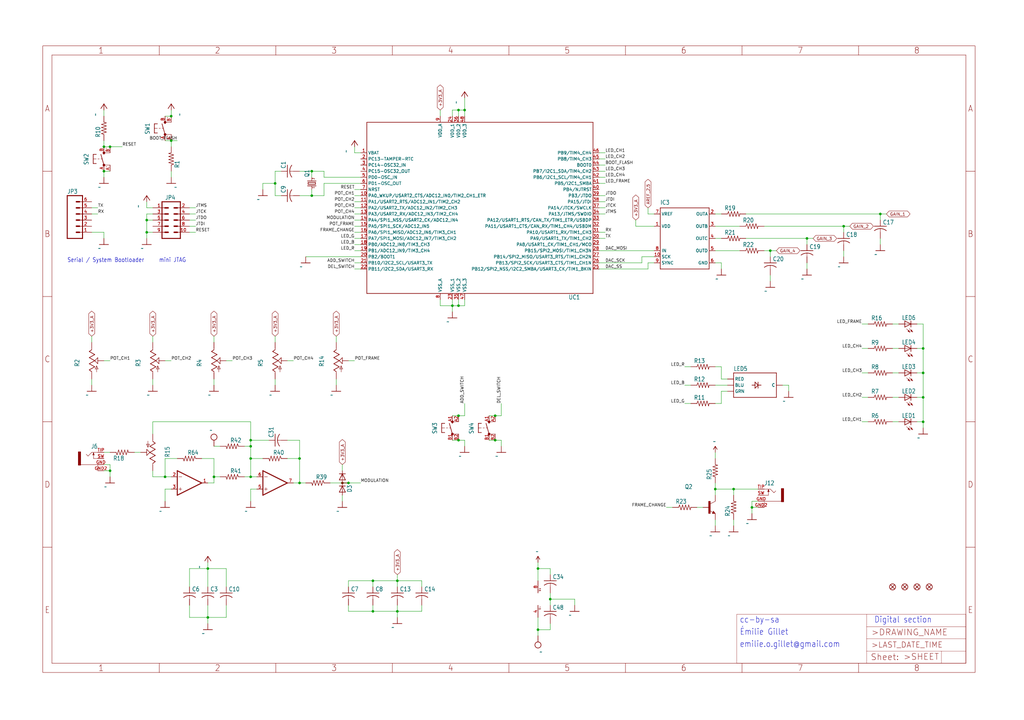
<source format=kicad_sch>
(kicad_sch (version 20211123) (generator eeschema)
  (paper "User" 425.45 299.161)
  (junction (at 86.36 256.54))
  (junction (at 104.14 190.5))
  (junction (at 205.74 172.72))
  (junction (at 68.58 198.12))
  (junction (at 190.5 172.72))
  (junction (at 154.94 254))
  (junction (at 304.8 203.2))
  (junction (at 71.12 48.26))
  (junction (at 43.18 71.12))
  (junction (at 193.04 45.72))
  (junction (at 165.1 241.3))
  (junction (at 104.14 185.42))
  (junction (at 71.12 58.42))
  (junction (at 124.46 200.66))
  (junction (at 312.42 210.82))
  (junction (at 60.96 91.44))
  (junction (at 297.18 203.2))
  (junction (at 383.54 144.78))
  (junction (at 88.9 198.12))
  (junction (at 223.52 261.62))
  (junction (at 124.46 190.5))
  (junction (at 365.76 88.9))
  (junction (at 383.54 154.94))
  (junction (at 60.96 96.52))
  (junction (at 320.04 104.14))
  (junction (at 45.72 60.96))
  (junction (at 104.14 198.12))
  (junction (at 86.36 236.22))
  (junction (at 129.54 81.28))
  (junction (at 383.54 165.1))
  (junction (at 190.5 182.88))
  (junction (at 205.74 182.88))
  (junction (at 154.94 241.3))
  (junction (at 114.3 76.2))
  (junction (at 129.54 71.12))
  (junction (at 104.14 182.88))
  (junction (at 190.5 127))
  (junction (at 350.52 93.98))
  (junction (at 187.96 127))
  (junction (at 335.28 99.06))
  (junction (at 228.6 248.92))
  (junction (at 144.78 200.66))
  (junction (at 45.72 195.58))
  (junction (at 383.54 175.26))
  (junction (at 165.1 254))
  (junction (at 223.52 236.22))
  (junction (at 190.5 45.72))
  (junction (at 43.18 60.96))
  (wire (pts (xy 109.22 76.2) (xy 109.22 78.74)))
  (wire (pts (xy 193.04 124.46) (xy 193.04 127)))
  (wire (pts (xy 144.78 254) (xy 154.94 254)))
  (wire (pts (xy 144.78 149.86) (xy 147.32 149.86)))
  (wire (pts (xy 370.84 134.62) (xy 373.38 134.62)))
  (wire (pts (xy 299.72 157.48) (xy 299.72 152.4)))
  (wire (pts (xy 63.5 198.12) (xy 68.58 198.12)))
  (wire (pts (xy 144.78 241.3) (xy 154.94 241.3)))
  (wire (pts (xy 165.1 256.54) (xy 165.1 254)))
  (wire (pts (xy 335.28 99.06) (xy 337.82 99.06)))
  (wire (pts (xy 190.5 182.88) (xy 193.04 182.88)))
  (wire (pts (xy 187.96 127) (xy 190.5 127)))
  (wire (pts (xy 104.14 198.12) (xy 106.68 198.12)))
  (wire (pts (xy 68.58 149.86) (xy 71.12 149.86)))
  (wire (pts (xy 149.86 96.52) (xy 147.32 96.52)))
  (wire (pts (xy 320.04 104.14) (xy 320.04 106.68)))
  (wire (pts (xy 149.86 83.82) (xy 147.32 83.82)))
  (wire (pts (xy 43.18 60.96) (xy 45.72 60.96)))
  (wire (pts (xy 205.74 172.72) (xy 208.28 172.72)))
  (wire (pts (xy 137.16 200.66) (xy 144.78 200.66)))
  (wire (pts (xy 68.58 203.2) (xy 68.58 208.28)))
  (wire (pts (xy 175.26 254) (xy 175.26 251.46)))
  (wire (pts (xy 325.12 160.02) (xy 327.66 160.02)))
  (wire (pts (xy 299.72 162.56) (xy 299.72 167.64)))
  (wire (pts (xy 104.14 185.42) (xy 104.14 190.5)))
  (wire (pts (xy 190.5 172.72) (xy 193.04 172.72)))
  (wire (pts (xy 114.3 76.2) (xy 109.22 76.2)))
  (wire (pts (xy 83.82 190.5) (xy 88.9 190.5)))
  (wire (pts (xy 86.36 243.84) (xy 86.36 236.22)))
  (wire (pts (xy 175.26 241.3) (xy 175.26 243.84)))
  (wire (pts (xy 269.24 111.76) (xy 269.24 109.22)))
  (wire (pts (xy 287.02 167.64) (xy 284.48 167.64)))
  (wire (pts (xy 149.86 111.76) (xy 147.32 111.76)))
  (wire (pts (xy 63.5 96.52) (xy 60.96 96.52)))
  (wire (pts (xy 365.76 88.9) (xy 368.3 88.9)))
  (wire (pts (xy 144.78 200.66) (xy 149.86 200.66)))
  (wire (pts (xy 297.18 215.9) (xy 297.18 218.44)))
  (wire (pts (xy 101.6 198.12) (xy 104.14 198.12)))
  (wire (pts (xy 383.54 165.1) (xy 383.54 175.26)))
  (wire (pts (xy 71.12 203.2) (xy 68.58 203.2)))
  (wire (pts (xy 63.5 142.24) (xy 63.5 139.7)))
  (wire (pts (xy 45.72 195.58) (xy 45.72 198.12)))
  (wire (pts (xy 124.46 182.88) (xy 124.46 190.5)))
  (wire (pts (xy 248.92 63.5) (xy 251.46 63.5)))
  (wire (pts (xy 71.12 71.12) (xy 71.12 73.66)))
  (wire (pts (xy 350.52 93.98) (xy 350.52 96.52)))
  (wire (pts (xy 223.52 256.54) (xy 223.52 261.62)))
  (wire (pts (xy 297.18 203.2) (xy 297.18 205.74)))
  (wire (pts (xy 383.54 154.94) (xy 383.54 165.1)))
  (wire (pts (xy 297.18 104.14) (xy 307.34 104.14)))
  (wire (pts (xy 304.8 203.2) (xy 304.8 205.74)))
  (wire (pts (xy 43.18 193.04) (xy 45.72 193.04)))
  (wire (pts (xy 304.8 203.2) (xy 314.96 203.2)))
  (wire (pts (xy 266.7 106.68) (xy 271.78 106.68)))
  (wire (pts (xy 317.5 104.14) (xy 320.04 104.14)))
  (wire (pts (xy 248.92 96.52) (xy 251.46 96.52)))
  (wire (pts (xy 154.94 254) (xy 154.94 251.46)))
  (wire (pts (xy 208.28 182.88) (xy 208.28 185.42)))
  (wire (pts (xy 124.46 200.66) (xy 127 200.66)))
  (wire (pts (xy 297.18 99.06) (xy 299.72 99.06)))
  (wire (pts (xy 104.14 190.5) (xy 104.14 198.12)))
  (wire (pts (xy 43.18 45.72) (xy 43.18 48.26)))
  (wire (pts (xy 350.52 93.98) (xy 353.06 93.98)))
  (wire (pts (xy 302.26 160.02) (xy 297.18 160.02)))
  (wire (pts (xy 187.96 182.88) (xy 190.5 182.88)))
  (wire (pts (xy 335.28 109.22) (xy 335.28 111.76)))
  (wire (pts (xy 358.14 165.1) (xy 360.68 165.1)))
  (wire (pts (xy 149.86 101.6) (xy 147.32 101.6)))
  (wire (pts (xy 43.18 58.42) (xy 43.18 60.96)))
  (wire (pts (xy 187.96 45.72) (xy 190.5 45.72)))
  (wire (pts (xy 297.18 109.22) (xy 299.72 109.22)))
  (wire (pts (xy 78.74 86.36) (xy 81.28 86.36)))
  (wire (pts (xy 381 165.1) (xy 383.54 165.1)))
  (wire (pts (xy 93.98 149.86) (xy 96.52 149.86)))
  (wire (pts (xy 248.92 73.66) (xy 251.46 73.66)))
  (wire (pts (xy 190.5 127) (xy 193.04 127)))
  (wire (pts (xy 312.42 208.28) (xy 312.42 210.82)))
  (wire (pts (xy 193.04 45.72) (xy 193.04 40.64)))
  (wire (pts (xy 78.74 93.98) (xy 81.28 93.98)))
  (wire (pts (xy 350.52 104.14) (xy 350.52 106.68)))
  (wire (pts (xy 63.5 91.44) (xy 60.96 91.44)))
  (wire (pts (xy 78.74 96.52) (xy 81.28 96.52)))
  (wire (pts (xy 365.76 99.06) (xy 365.76 101.6)))
  (wire (pts (xy 86.36 251.46) (xy 86.36 256.54)))
  (wire (pts (xy 43.18 195.58) (xy 45.72 195.58)))
  (wire (pts (xy 266.7 109.22) (xy 266.7 106.68)))
  (wire (pts (xy 78.74 91.44) (xy 81.28 91.44)))
  (wire (pts (xy 182.88 48.26) (xy 182.88 45.72)))
  (wire (pts (xy 124.46 190.5) (xy 124.46 200.66)))
  (wire (pts (xy 223.52 261.62) (xy 228.6 261.62)))
  (wire (pts (xy 45.72 149.86) (xy 43.18 149.86)))
  (wire (pts (xy 114.3 142.24) (xy 114.3 139.7)))
  (wire (pts (xy 88.9 190.5) (xy 88.9 198.12)))
  (wire (pts (xy 165.1 254) (xy 175.26 254)))
  (wire (pts (xy 309.88 88.9) (xy 365.76 88.9)))
  (wire (pts (xy 86.36 236.22) (xy 86.36 233.68)))
  (wire (pts (xy 60.96 91.44) (xy 60.96 96.52)))
  (wire (pts (xy 88.9 142.24) (xy 88.9 139.7)))
  (wire (pts (xy 193.04 182.88) (xy 193.04 185.42)))
  (wire (pts (xy 320.04 114.3) (xy 320.04 116.84)))
  (wire (pts (xy 370.84 165.1) (xy 373.38 165.1)))
  (wire (pts (xy 45.72 60.96) (xy 50.8 60.96)))
  (wire (pts (xy 149.86 104.14) (xy 147.32 104.14)))
  (wire (pts (xy 38.1 86.36) (xy 40.64 86.36)))
  (wire (pts (xy 93.98 236.22) (xy 93.98 243.84)))
  (wire (pts (xy 149.86 93.98) (xy 147.32 93.98)))
  (wire (pts (xy 149.86 73.66) (xy 134.62 73.66)))
  (wire (pts (xy 114.3 76.2) (xy 114.3 81.28)))
  (wire (pts (xy 114.3 71.12) (xy 114.3 76.2)))
  (wire (pts (xy 228.6 261.62) (xy 228.6 259.08)))
  (wire (pts (xy 370.84 175.26) (xy 373.38 175.26)))
  (wire (pts (xy 78.74 236.22) (xy 86.36 236.22)))
  (wire (pts (xy 223.52 241.3) (xy 223.52 236.22)))
  (wire (pts (xy 228.6 236.22) (xy 228.6 238.76)))
  (wire (pts (xy 228.6 246.38) (xy 228.6 248.92)))
  (wire (pts (xy 248.92 104.14) (xy 271.78 104.14)))
  (wire (pts (xy 269.24 109.22) (xy 271.78 109.22)))
  (wire (pts (xy 91.44 185.42) (xy 88.9 185.42)))
  (wire (pts (xy 205.74 182.88) (xy 208.28 182.88)))
  (wire (pts (xy 124.46 71.12) (xy 129.54 71.12)))
  (wire (pts (xy 43.18 71.12) (xy 43.18 73.66)))
  (wire (pts (xy 297.18 93.98) (xy 307.34 93.98)))
  (wire (pts (xy 320.04 104.14) (xy 322.58 104.14)))
  (wire (pts (xy 149.86 86.36) (xy 147.32 86.36)))
  (wire (pts (xy 43.18 71.12) (xy 45.72 71.12)))
  (wire (pts (xy 365.76 88.9) (xy 365.76 91.44)))
  (wire (pts (xy 309.88 99.06) (xy 335.28 99.06)))
  (wire (pts (xy 287.02 160.02) (xy 284.48 160.02)))
  (wire (pts (xy 60.96 86.36) (xy 60.96 83.82)))
  (wire (pts (xy 190.5 48.26) (xy 190.5 45.72)))
  (wire (pts (xy 383.54 175.26) (xy 383.54 177.8)))
  (wire (pts (xy 149.86 91.44) (xy 147.32 91.44)))
  (wire (pts (xy 63.5 175.26) (xy 104.14 175.26)))
  (wire (pts (xy 187.96 48.26) (xy 187.96 45.72)))
  (wire (pts (xy 134.62 76.2) (xy 149.86 76.2)))
  (wire (pts (xy 88.9 198.12) (xy 91.44 198.12)))
  (wire (pts (xy 381 175.26) (xy 383.54 175.26)))
  (wire (pts (xy 370.84 154.94) (xy 373.38 154.94)))
  (wire (pts (xy 63.5 157.48) (xy 63.5 160.02)))
  (wire (pts (xy 304.8 215.9) (xy 304.8 218.44)))
  (wire (pts (xy 223.52 261.62) (xy 223.52 264.16)))
  (wire (pts (xy 381 134.62) (xy 383.54 134.62)))
  (wire (pts (xy 165.1 241.3) (xy 175.26 241.3)))
  (wire (pts (xy 101.6 185.42) (xy 104.14 185.42)))
  (wire (pts (xy 360.68 134.62) (xy 358.14 134.62)))
  (wire (pts (xy 297.18 203.2) (xy 304.8 203.2)))
  (wire (pts (xy 38.1 96.52) (xy 43.18 96.52)))
  (wire (pts (xy 299.72 109.22) (xy 299.72 111.76)))
  (wire (pts (xy 297.18 190.5) (xy 297.18 187.96)))
  (wire (pts (xy 86.36 256.54) (xy 93.98 256.54)))
  (wire (pts (xy 312.42 210.82) (xy 314.96 210.82)))
  (wire (pts (xy 71.12 45.72) (xy 71.12 48.26)))
  (wire (pts (xy 71.12 60.96) (xy 71.12 58.42)))
  (wire (pts (xy 248.92 66.04) (xy 251.46 66.04)))
  (wire (pts (xy 88.9 157.48) (xy 88.9 160.02)))
  (wire (pts (xy 68.58 48.26) (xy 71.12 48.26)))
  (wire (pts (xy 38.1 157.48) (xy 38.1 160.02)))
  (wire (pts (xy 71.12 58.42) (xy 73.66 58.42)))
  (wire (pts (xy 299.72 167.64) (xy 297.18 167.64)))
  (wire (pts (xy 149.86 81.28) (xy 147.32 81.28)))
  (wire (pts (xy 312.42 210.82) (xy 312.42 213.36)))
  (wire (pts (xy 358.14 175.26) (xy 360.68 175.26)))
  (wire (pts (xy 68.58 58.42) (xy 71.12 58.42)))
  (wire (pts (xy 203.2 172.72) (xy 205.74 172.72)))
  (wire (pts (xy 187.96 172.72) (xy 190.5 172.72)))
  (wire (pts (xy 106.68 203.2) (xy 104.14 203.2)))
  (wire (pts (xy 38.1 88.9) (xy 40.64 88.9)))
  (wire (pts (xy 93.98 256.54) (xy 93.98 251.46)))
  (wire (pts (xy 86.36 256.54) (xy 86.36 259.08)))
  (wire (pts (xy 86.36 200.66) (xy 88.9 200.66)))
  (wire (pts (xy 165.1 241.3) (xy 165.1 238.76)))
  (wire (pts (xy 203.2 182.88) (xy 205.74 182.88)))
  (wire (pts (xy 149.86 106.68) (xy 127 106.68)))
  (wire (pts (xy 228.6 248.92) (xy 228.6 251.46)))
  (wire (pts (xy 78.74 251.46) (xy 78.74 256.54)))
  (wire (pts (xy 327.66 160.02) (xy 327.66 162.56)))
  (wire (pts (xy 269.24 88.9) (xy 269.24 86.36)))
  (wire (pts (xy 139.7 157.48) (xy 139.7 160.02)))
  (wire (pts (xy 302.26 157.48) (xy 299.72 157.48)))
  (wire (pts (xy 144.78 241.3) (xy 144.78 243.84)))
  (wire (pts (xy 165.1 251.46) (xy 165.1 254)))
  (wire (pts (xy 63.5 86.36) (xy 60.96 86.36)))
  (wire (pts (xy 68.58 190.5) (xy 68.58 198.12)))
  (wire (pts (xy 187.96 124.46) (xy 187.96 127)))
  (wire (pts (xy 63.5 180.34) (xy 63.5 175.26)))
  (wire (pts (xy 264.16 93.98) (xy 264.16 91.44)))
  (wire (pts (xy 60.96 88.9) (xy 60.96 91.44)))
  (wire (pts (xy 149.86 78.74) (xy 147.32 78.74)))
  (wire (pts (xy 149.86 88.9) (xy 147.32 88.9)))
  (wire (pts (xy 73.66 190.5) (xy 68.58 190.5)))
  (wire (pts (xy 63.5 88.9) (xy 60.96 88.9)))
  (wire (pts (xy 297.18 200.66) (xy 297.18 203.2)))
  (wire (pts (xy 193.04 172.72) (xy 193.04 167.64)))
  (wire (pts (xy 124.46 200.66) (xy 121.92 200.66)))
  (wire (pts (xy 317.5 93.98) (xy 350.52 93.98)))
  (wire (pts (xy 149.86 109.22) (xy 147.32 109.22)))
  (wire (pts (xy 297.18 88.9) (xy 299.72 88.9)))
  (wire (pts (xy 271.78 88.9) (xy 269.24 88.9)))
  (wire (pts (xy 104.14 182.88) (xy 104.14 185.42)))
  (wire (pts (xy 86.36 236.22) (xy 93.98 236.22)))
  (wire (pts (xy 78.74 256.54) (xy 86.36 256.54)))
  (wire (pts (xy 193.04 45.72) (xy 193.04 48.26)))
  (wire (pts (xy 248.92 76.2) (xy 251.46 76.2)))
  (wire (pts (xy 248.92 111.76) (xy 269.24 111.76)))
  (wire (pts (xy 165.1 243.84) (xy 165.1 241.3)))
  (wire (pts (xy 248.92 86.36) (xy 251.46 86.36)))
  (wire (pts (xy 114.3 81.28) (xy 116.84 81.28)))
  (wire (pts (xy 248.92 99.06) (xy 251.46 99.06)))
  (wire (pts (xy 55.88 187.96) (xy 58.42 187.96)))
  (wire (pts (xy 60.96 96.52) (xy 60.96 99.06)))
  (wire (pts (xy 149.86 99.06) (xy 147.32 99.06)))
  (wire (pts (xy 248.92 83.82) (xy 251.46 83.82)))
  (wire (pts (xy 190.5 124.46) (xy 190.5 127)))
  (wire (pts (xy 335.28 99.06) (xy 335.28 101.6)))
  (wire (pts (xy 142.24 205.74) (xy 142.24 208.28)))
  (wire (pts (xy 88.9 200.66) (xy 88.9 198.12)))
  (wire (pts (xy 182.88 124.46) (xy 182.88 127)))
  (wire (pts (xy 358.14 154.94) (xy 360.68 154.94)))
  (wire (pts (xy 187.96 127) (xy 187.96 129.54)))
  (wire (pts (xy 114.3 157.48) (xy 114.3 160.02)))
  (wire (pts (xy 142.24 195.58) (xy 142.24 193.04)))
  (wire (pts (xy 381 154.94) (xy 383.54 154.94)))
  (wire (pts (xy 104.14 175.26) (xy 104.14 182.88)))
  (wire (pts (xy 116.84 71.12) (xy 114.3 71.12)))
  (wire (pts (xy 373.38 144.78) (xy 370.84 144.78)))
  (wire (pts (xy 190.5 45.72) (xy 193.04 45.72)))
  (wire (pts (xy 248.92 68.58) (xy 251.46 68.58)))
  (wire (pts (xy 314.96 208.28) (xy 312.42 208.28)))
  (wire (pts (xy 149.86 63.5) (xy 147.32 63.5)))
  (wire (pts (xy 360.68 144.78) (xy 358.14 144.78)))
  (wire (pts (xy 248.92 88.9) (xy 251.46 88.9)))
  (wire (pts (xy 248.92 71.12) (xy 251.46 71.12)))
  (wire (pts (xy 78.74 243.84) (xy 78.74 236.22)))
  (wire (pts (xy 279.4 210.82) (xy 276.86 210.82)))
  (wire (pts (xy 289.56 210.82) (xy 292.1 210.82)))
  (wire (pts (xy 129.54 71.12) (xy 129.54 73.66)))
  (wire (pts (xy 223.52 236.22) (xy 228.6 236.22)))
  (wire (pts (xy 302.26 162.56) (xy 299.72 162.56)))
  (wire (pts (xy 223.52 236.22) (xy 223.52 233.68)))
  (wire (pts (xy 129.54 81.28) (xy 129.54 78.74)))
  (wire (pts (xy 383.54 134.62) (xy 383.54 144.78)))
  (wire (pts (xy 154.94 254) (xy 165.1 254)))
  (wire (pts (xy 182.88 127) (xy 187.96 127)))
  (wire (pts (xy 134.62 71.12) (xy 129.54 71.12)))
  (wire (pts (xy 299.72 152.4) (xy 297.18 152.4)))
  (wire (pts (xy 78.74 88.9) (xy 81.28 88.9)))
  (wire (pts (xy 109.22 190.5) (xy 104.14 190.5)))
  (wire (pts (xy 63.5 195.58) (xy 63.5 198.12)))
  (wire (pts (xy 208.28 172.72) (xy 208.28 167.64)))
  (wire (pts (xy 119.38 190.5) (xy 124.46 190.5)))
  (wire (pts (xy 134.62 73.66) (xy 134.62 71.12)))
  (wire (pts (xy 154.94 241.3) (xy 165.1 241.3)))
  (wire (pts (xy 45.72 193.04) (xy 45.72 195.58)))
  (wire (pts (xy 381 144.78) (xy 383.54 144.78)))
  (wire (pts (xy 45.72 187.96) (xy 43.18 187.96)))
  (wire (pts (xy 68.58 198.12) (xy 71.12 198.12)))
  (wire (pts (xy 139.7 142.24) (xy 139.7 139.7)))
  (wire (pts (xy 383.54 144.78) (xy 383.54 154.94)))
  (wire (pts (xy 134.62 81.28) (xy 134.62 76.2)))
  (wire (pts (xy 271.78 93.98) (xy 264.16 93.98)))
  (wire (pts (xy 129.54 81.28) (xy 134.62 81.28)))
  (wire (pts (xy 248.92 81.28) (xy 251.46 81.28)))
  (wire (pts (xy 248.92 109.22) (xy 266.7 109.22)))
  (wire (pts (xy 228.6 248.92) (xy 238.76 248.92)))
  (wire (pts (xy 144.78 251.46) (xy 144.78 254)))
  (wire (pts (xy 124.46 81.28) (xy 129.54 81.28)))
  (wire (pts (xy 43.18 96.52) (xy 43.18 99.06)))
  (wire (pts (xy 119.38 182.88) (xy 124.46 182.88)))
  (wire (pts (xy 147.32 63.5) (xy 147.32 60.96)))
  (wire (pts (xy 119.38 149.86) (xy 121.92 149.86)))
  (wire (pts (xy 287.02 152.4) (xy 284.48 152.4)))
  (wire (pts (xy 111.76 182.88) (xy 104.14 182.88)))
  (wire (pts (xy 238.76 248.92) (xy 238.76 251.46)))
  (wire (pts (xy 104.14 203.2) (xy 104.14 208.28)))
  (wire (pts (xy 154.94 241.3) (xy 154.94 243.84)))
  (wire (pts (xy 38.1 142.24) (xy 38.1 139.7)))
  (text "emilie.o.gillet@gmail.com" (at 307.34 269.24 180) (effects (font (size 2.54 2.159)) (justify left bottom)))
  (text "Digital section" (at 363.22 259.08 180) (effects (font (size 2.54 2.159)) (justify left bottom)))
  (text "cc-by-sa" (at 307.34 259.08 180) (effects (font (size 2.54 2.159)) (justify left bottom)))
  (text "Émilie Gillet" (at 307.34 264.16 180) (effects (font (size 2.54 2.159)) (justify left bottom)))
  (text "mini JTAG" (at 66.04 109.22 180) (effects (font (size 1.778 1.5113)) (justify left bottom)))
  (text "Serial / System Bootloader" (at 27.94 109.22 180) (effects (font (size 1.778 1.5113)) (justify left bottom)))
  (label "JTDO" (at 251.46 81.28 0) (effects (font (size 1.2446 1.2446))))
  (label "LED_CH4" (at 358.14 144.78 180) (effects (font (size 1.2446 1.2446))))
  (label "JTCK" (at 81.28 88.9 0) (effects (font (size 1.2446 1.2446))))
  (label "JTMS" (at 251.46 88.9 0) (effects (font (size 1.2446 1.2446))))
  (label "LED_CH4" (at 251.46 73.66 0) (effects (font (size 1.2446 1.2446))))
  (label "MODULATION" (at 147.32 91.44 180) (effects (font (size 1.2446 1.2446))))
  (label "LED_CH3" (at 358.14 154.94 180) (effects (font (size 1.2446 1.2446))))
  (label "DAC_SS" (at 251.46 111.76 0) (effects (font (size 1.2446 1.2446))))
  (label "RX" (at 251.46 96.52 0) (effects (font (size 1.2446 1.2446))))
  (label "POT_FRAME" (at 147.32 93.98 180) (effects (font (size 1.2446 1.2446))))
  (label "DAC_SCK" (at 251.46 109.22 0) (effects (font (size 1.2446 1.2446))))
  (label "POT_CH2" (at 71.12 149.86 0) (effects (font (size 1.2446 1.2446))))
  (label "LED_CH2" (at 251.46 66.04 0) (effects (font (size 1.2446 1.2446))))
  (label "POT_CH4" (at 121.92 149.86 0) (effects (font (size 1.2446 1.2446))))
  (label "POT_CH4" (at 147.32 88.9 180) (effects (font (size 1.2446 1.2446))))
  (label "ADD_SWITCH" (at 147.32 109.22 180) (effects (font (size 1.2446 1.2446))))
  (label "RX" (at 40.64 88.9 0) (effects (font (size 1.2446 1.2446))))
  (label "BOOT_FLASH" (at 251.46 68.58 0) (effects (font (size 1.2446 1.2446))))
  (label "JTMS" (at 81.28 86.36 0) (effects (font (size 1.2446 1.2446))))
  (label "JTDO" (at 81.28 91.44 0) (effects (font (size 1.2446 1.2446))))
  (label "FRAME_CHANGE" (at 276.86 210.82 180) (effects (font (size 1.2446 1.2446))))
  (label "RESET" (at 50.8 60.96 0) (effects (font (size 1.2446 1.2446))))
  (label "LED_R" (at 284.48 152.4 180) (effects (font (size 1.2446 1.2446))))
  (label "LED_B" (at 284.48 160.02 180) (effects (font (size 1.2446 1.2446))))
  (label "POT_FRAME" (at 147.32 149.86 0) (effects (font (size 1.2446 1.2446))))
  (label "POT_CH3" (at 147.32 86.36 180) (effects (font (size 1.2446 1.2446))))
  (label "LED_CH3" (at 251.46 71.12 0) (effects (font (size 1.2446 1.2446))))
  (label "POT_CH3" (at 96.52 149.86 0) (effects (font (size 1.2446 1.2446))))
  (label "POT_CH2" (at 147.32 83.82 180) (effects (font (size 1.2446 1.2446))))
  (label "MODULATION" (at 149.86 200.66 0) (effects (font (size 1.2446 1.2446))))
  (label "LED_CH2" (at 358.14 165.1 180) (effects (font (size 1.2446 1.2446))))
  (label "LED_G" (at 284.48 167.64 180) (effects (font (size 1.2446 1.2446))))
  (label "RESET" (at 147.32 78.74 180) (effects (font (size 1.2446 1.2446))))
  (label "JTCK" (at 251.46 86.36 0) (effects (font (size 1.2446 1.2446))))
  (label "DEL_SWITCH" (at 147.32 111.76 180) (effects (font (size 1.2446 1.2446))))
  (label "ADD_SWITCH" (at 193.04 167.64 90) (effects (font (size 1.2446 1.2446))))
  (label "LED_R" (at 147.32 104.14 180) (effects (font (size 1.2446 1.2446))))
  (label "DAC_MOSI" (at 251.46 104.14 0) (effects (font (size 1.2446 1.2446))))
  (label "TX" (at 40.64 86.36 0) (effects (font (size 1.2446 1.2446))))
  (label "BOOT_FLASH" (at 73.66 58.42 180) (effects (font (size 1.2446 1.2446))))
  (label "DEL_SWITCH" (at 208.28 167.64 90) (effects (font (size 1.2446 1.2446))))
  (label "LED_FRAME" (at 251.46 76.2 0) (effects (font (size 1.2446 1.2446))))
  (label "TX" (at 251.46 99.06 0) (effects (font (size 1.2446 1.2446))))
  (label "LED_CH1" (at 251.46 63.5 0) (effects (font (size 1.2446 1.2446))))
  (label "JTDI" (at 81.28 93.98 0) (effects (font (size 1.2446 1.2446))))
  (label "POT_CH1" (at 147.32 81.28 180) (effects (font (size 1.2446 1.2446))))
  (label "LED_FRAME" (at 358.14 134.62 180) (effects (font (size 1.2446 1.2446))))
  (label "POT_CH1" (at 45.72 149.86 0) (effects (font (size 1.2446 1.2446))))
  (label "LED_B" (at 147.32 101.6 180) (effects (font (size 1.2446 1.2446))))
  (label "RESET" (at 81.28 96.52 0) (effects (font (size 1.2446 1.2446))))
  (label "FRAME_CHANGE" (at 147.32 96.52 180) (effects (font (size 1.2446 1.2446))))
  (label "LED_CH1" (at 358.14 175.26 180) (effects (font (size 1.2446 1.2446))))
  (label "LED_G" (at 147.32 99.06 180) (effects (font (size 1.2446 1.2446))))
  (label "JTDI" (at 251.46 83.82 0) (effects (font (size 1.2446 1.2446))))
  (global_label "+3V3_A" (shape bidirectional) (at 88.9 139.7 90) (effects (font (size 1.2446 1.2446))) (property "Intersheet References" "${INTERSHEET_REFS}" (effects hide)))
  (global_label "+3V3_A" (shape bidirectional) (at 165.1 238.76 90) (effects (font (size 1.2446 1.2446))) (property "Intersheet References" "${INTERSHEET_REFS}" (effects hide)))
  (global_label "GAIN_3" (shape bidirectional) (at 337.82 99.06 0) (effects (font (size 1.2446 1.2446))) (property "Intersheet References" "${INTERSHEET_REFS}" (effects hide)))
  (global_label "GAIN_1" (shape bidirectional) (at 368.3 88.9 0) (effects (font (size 1.2446 1.2446))) (property "Intersheet References" "${INTERSHEET_REFS}" (effects hide)))
  (global_label "+3V3_A" (shape bidirectional) (at 182.88 45.72 90) (effects (font (size 1.2446 1.2446))) (property "Intersheet References" "${INTERSHEET_REFS}" (effects hide)))
  (global_label "GAIN_2" (shape bidirectional) (at 353.06 93.98 0) (effects (font (size 1.2446 1.2446))) (property "Intersheet References" "${INTERSHEET_REFS}" (effects hide)))
  (global_label "AREF_2.5" (shape bidirectional) (at 269.24 86.36 90) (effects (font (size 1.2446 1.2446))) (property "Intersheet References" "${INTERSHEET_REFS}" (effects hide)))
  (global_label "+3V3_A" (shape bidirectional) (at 114.3 139.7 90) (effects (font (size 1.2446 1.2446))) (property "Intersheet References" "${INTERSHEET_REFS}" (effects hide)))
  (global_label "+3V3_A" (shape bidirectional) (at 38.1 139.7 90) (effects (font (size 1.2446 1.2446))) (property "Intersheet References" "${INTERSHEET_REFS}" (effects hide)))
  (global_label "+3V3_A" (shape bidirectional) (at 63.5 139.7 90) (effects (font (size 1.2446 1.2446))) (property "Intersheet References" "${INTERSHEET_REFS}" (effects hide)))
  (global_label "GAIN_4" (shape bidirectional) (at 322.58 104.14 0) (effects (font (size 1.2446 1.2446))) (property "Intersheet References" "${INTERSHEET_REFS}" (effects hide)))
  (global_label "+3V3_A" (shape bidirectional) (at 139.7 139.7 90) (effects (font (size 1.2446 1.2446))) (property "Intersheet References" "${INTERSHEET_REFS}" (effects hide)))
  (global_label "+3V3_A" (shape bidirectional) (at 142.24 193.04 90) (effects (font (size 1.2446 1.2446))) (property "Intersheet References" "${INTERSHEET_REFS}" (effects hide)))
  (global_label "+3V3_A" (shape bidirectional) (at 264.16 91.44 90) (effects (font (size 1.2446 1.2446))) (property "Intersheet References" "${INTERSHEET_REFS}" (effects hide)))
  (symbol (lib_id "frames_v03-eagle-import:R-US_R0603") (at 71.12 66.04 270) (mirror x) (unit 1)
    (property "Reference" "R1" (at 72.6186 69.85 0) (effects (font (size 1.778 1.5113)) (justify left bottom)))
  )
  (symbol (lib_id "frames_v03-eagle-import:GND") (at 60.96 101.6 0) (unit 1)
    (property "Reference" "#GND67" (effects hide))
  )
  (symbol (lib_id "frames_v03-eagle-import:-NPN-SOT23-BEC") (at 294.64 210.82 0) (unit 1)
    (property "Reference" "Q2" (at 284.48 203.2 0) (effects (font (size 1.778 1.5113)) (justify left bottom)))
  )
  (symbol (lib_id "frames_v03-eagle-import:GND") (at 327.66 165.1 0) (unit 1)
    (property "Reference" "#GND46" (effects hide))
  )
  (symbol (lib_id "frames_v03-eagle-import:+3V3") (at 147.32 58.42 0) (unit 1)
    (property "Reference" "#+3V12" (effects hide))
  )
  (symbol (lib_id "frames_v03-eagle-import:EVQQ2") (at 68.58 53.34 0) (unit 1)
    (property "Reference" "SW1" (at 62.23 55.88 90) (effects (font (size 1.778 1.5113)) (justify left bottom)))
  )
  (symbol (lib_id "frames_v03-eagle-import:R-US_R0603") (at 304.8 99.06 0) (unit 1)
    (property "Reference" "R21" (at 300.99 97.5614 0) (effects (font (size 1.778 1.5113)) (justify left bottom)))
  )
  (symbol (lib_id "frames_v03-eagle-import:R-US_R0603") (at 304.8 88.9 0) (unit 1)
    (property "Reference" "R19" (at 300.99 87.4014 0) (effects (font (size 1.778 1.5113)) (justify left bottom)))
  )
  (symbol (lib_id "frames_v03-eagle-import:+3V3") (at 43.18 43.18 0) (unit 1)
    (property "Reference" "#+3V4" (effects hide))
  )
  (symbol (lib_id "frames_v03-eagle-import:GND") (at 38.1 162.56 0) (unit 1)
    (property "Reference" "#GND27" (effects hide))
  )
  (symbol (lib_id "frames_v03-eagle-import:R-US_R0603") (at 78.74 190.5 0) (mirror y) (unit 1)
    (property "Reference" "R64" (at 82.55 189.0014 0) (effects (font (size 1.778 1.5113)) (justify left bottom)))
  )
  (symbol (lib_id "frames_v03-eagle-import:GND") (at 71.12 76.2 0) (mirror y) (unit 1)
    (property "Reference" "#GND58" (effects hide))
  )
  (symbol (lib_id "frames_v03-eagle-import:D6R") (at 203.2 177.8 0) (unit 1)
    (property "Reference" "SW4" (at 196.85 180.34 90) (effects (font (size 1.778 1.5113)) (justify left bottom)))
  )
  (symbol (lib_id "frames_v03-eagle-import:VEE") (at 223.52 266.7 180) (unit 1)
    (property "Reference" "#SUPPLY4" (effects hide))
  )
  (symbol (lib_id "frames_v03-eagle-import:R-US_R0603") (at 132.08 200.66 0) (mirror y) (unit 1)
    (property "Reference" "R39" (at 135.89 199.1614 0) (effects (font (size 1.778 1.5113)) (justify left bottom)))
  )
  (symbol (lib_id "frames_v03-eagle-import:GND") (at 63.5 162.56 0) (unit 1)
    (property "Reference" "#GND4" (effects hide))
  )
  (symbol (lib_id "frames_v03-eagle-import:GND") (at 297.18 220.98 0) (unit 1)
    (property "Reference" "#GND60" (effects hide))
  )
  (symbol (lib_id "frames_v03-eagle-import:GND") (at 193.04 187.96 0) (unit 1)
    (property "Reference" "#GND47" (effects hide))
  )
  (symbol (lib_id "frames_v03-eagle-import:GND") (at 88.9 162.56 0) (unit 1)
    (property "Reference" "#GND5" (effects hide))
  )
  (symbol (lib_id "frames_v03-eagle-import:C-USC0603") (at 119.38 81.28 90) (unit 1)
    (property "Reference" "C9" (at 118.745 80.264 0) (effects (font (size 1.778 1.5113)) (justify left bottom)))
  )
  (symbol (lib_id "frames_v03-eagle-import:+3V3") (at 193.04 38.1 0) (unit 1)
    (property "Reference" "#+3V2" (effects hide))
  )
  (symbol (lib_id "frames_v03-eagle-import:R-US_R0603") (at 43.18 53.34 90) (unit 1)
    (property "Reference" "R10" (at 41.6814 57.15 0) (effects (font (size 1.778 1.5113)) (justify left bottom)))
  )
  (symbol (lib_id "frames_v03-eagle-import:C-USC0603") (at 350.52 99.06 0) (unit 1)
    (property "Reference" "C18" (at 351.536 98.425 0) (effects (font (size 1.778 1.5113)) (justify left bottom)))
  )
  (symbol (lib_id "frames_v03-eagle-import:POT_USVERTICAL_PS") (at 38.1 149.86 0) (unit 1)
    (property "Reference" "R2" (at 33.02 152.4 90) (effects (font (size 1.778 1.5113)) (justify left bottom)))
  )
  (symbol (lib_id "frames_v03-eagle-import:C-USC0603") (at 165.1 246.38 0) (unit 1)
    (property "Reference" "C13" (at 166.116 245.745 0) (effects (font (size 1.778 1.5113)) (justify left bottom)))
  )
  (symbol (lib_id "frames_v03-eagle-import:GND") (at 304.8 220.98 0) (unit 1)
    (property "Reference" "#GND66" (effects hide))
  )
  (symbol (lib_id "frames_v03-eagle-import:C-USC0603") (at 78.74 246.38 0) (unit 1)
    (property "Reference" "C6" (at 79.756 245.745 0) (effects (font (size 1.778 1.5113)) (justify left bottom)))
  )
  (symbol (lib_id "frames_v03-eagle-import:GND") (at 86.36 261.62 0) (unit 1)
    (property "Reference" "#GND64" (effects hide))
  )
  (symbol (lib_id "frames_v03-eagle-import:R-US_R0603") (at 96.52 198.12 0) (mirror y) (unit 1)
    (property "Reference" "R41" (at 100.33 196.6214 0) (effects (font (size 1.778 1.5113)) (justify left bottom)))
  )
  (symbol (lib_id "frames_v03-eagle-import:STM32F103CB") (at 198.12 86.36 0) (unit 1)
    (property "Reference" "UC1" (at 236.22 124.46 0) (effects (font (size 1.778 1.5113)) (justify left bottom)))
  )
  (symbol (lib_id "frames_v03-eagle-import:LED5MM") (at 375.92 134.62 90) (unit 1)
    (property "Reference" "LED6" (at 380.492 131.064 90) (effects (font (size 1.778 1.5113)) (justify left bottom)))
  )
  (symbol (lib_id "frames_v03-eagle-import:R-US_R0603") (at 365.76 175.26 0) (unit 1)
    (property "Reference" "R6" (at 361.95 173.7614 0) (effects (font (size 1.778 1.5113)) (justify left bottom)))
  )
  (symbol (lib_id "frames_v03-eagle-import:C-USC0603") (at 93.98 246.38 0) (unit 1)
    (property "Reference" "C10" (at 94.996 245.745 0) (effects (font (size 1.778 1.5113)) (justify left bottom)))
  )
  (symbol (lib_id "frames_v03-eagle-import:GND") (at 114.3 162.56 0) (unit 1)
    (property "Reference" "#GND6" (effects hide))
  )
  (symbol (lib_id "frames_v03-eagle-import:GND") (at 365.76 104.14 0) (unit 1)
    (property "Reference" "#GND54" (effects hide))
  )
  (symbol (lib_id "frames_v03-eagle-import:GND") (at 208.28 187.96 0) (unit 1)
    (property "Reference" "#GND48" (effects hide))
  )
  (symbol (lib_id "frames_v03-eagle-import:M05X2MINIJTAG") (at 71.12 91.44 0) (unit 1)
    (property "Reference" "JP4" (at 68.58 83.058 0) (effects (font (size 1.778 1.5113)) (justify left bottom)))
  )
  (symbol (lib_id "frames_v03-eagle-import:R-US_R0603") (at 312.42 104.14 0) (unit 1)
    (property "Reference" "R22" (at 308.61 102.6414 0) (effects (font (size 1.778 1.5113)) (justify left bottom)))
  )
  (symbol (lib_id "frames_v03-eagle-import:GND") (at 109.22 81.28 0) (unit 1)
    (property "Reference" "#GND56" (effects hide))
  )
  (symbol (lib_id "frames_v03-eagle-import:R-US_R0603") (at 365.76 154.94 0) (unit 1)
    (property "Reference" "R8" (at 361.95 153.4414 0) (effects (font (size 1.778 1.5113)) (justify left bottom)))
  )
  (symbol (lib_id "frames_v03-eagle-import:VCC") (at 297.18 187.96 0) (unit 1)
    (property "Reference" "#P+4" (effects hide))
  )
  (symbol (lib_id "frames_v03-eagle-import:R-US_R0603") (at 312.42 93.98 0) (unit 1)
    (property "Reference" "R20" (at 308.61 92.4814 0) (effects (font (size 1.778 1.5113)) (justify left bottom)))
  )
  (symbol (lib_id "frames_v03-eagle-import:EVQQ2") (at 43.18 66.04 0) (unit 1)
    (property "Reference" "SW2" (at 36.83 68.58 90) (effects (font (size 1.778 1.5113)) (justify left bottom)))
  )
  (symbol (lib_id "frames_v03-eagle-import:POT_USVERTICAL_PS") (at 88.9 149.86 0) (unit 1)
    (property "Reference" "R4" (at 83.82 152.4 90) (effects (font (size 1.778 1.5113)) (justify left bottom)))
  )
  (symbol (lib_id "frames_v03-eagle-import:PJ301WQP") (at 320.04 205.74 0) (unit 1)
    (property "Reference" "J12" (at 317.5 201.676 0) (effects (font (size 1.778 1.5113)) (justify left bottom)))
  )
  (symbol (lib_id "frames_v03-eagle-import:FIDUCIAL1X2") (at 381 243.84 0) (unit 1)
    (property "Reference" "F3" (effects hide))
  )
  (symbol (lib_id "frames_v03-eagle-import:FIDUCIAL1X2") (at 386.08 243.84 0) (unit 1)
    (property "Reference" "F4" (effects hide))
  )
  (symbol (lib_id "frames_v03-eagle-import:R-US_R0603") (at 284.48 210.82 0) (unit 1)
    (property "Reference" "R23" (at 280.67 209.3214 0) (effects (font (size 1.778 1.5113)) (justify left bottom)))
  )
  (symbol (lib_id "frames_v03-eagle-import:C-USC0603") (at 228.6 241.3 0) (unit 1)
    (property "Reference" "C34" (at 229.616 240.665 0) (effects (font (size 1.778 1.5113)) (justify left bottom)))
  )
  (symbol (lib_id "frames_v03-eagle-import:+3V3") (at 60.96 81.28 0) (unit 1)
    (property "Reference" "#+3V11" (effects hide))
  )
  (symbol (lib_id "frames_v03-eagle-import:GND") (at 383.54 180.34 0) (unit 1)
    (property "Reference" "#GND33" (effects hide))
  )
  (symbol (lib_id "frames_v03-eagle-import:GND") (at 335.28 114.3 0) (unit 1)
    (property "Reference" "#GND52" (effects hide))
  )
  (symbol (lib_id "frames_v03-eagle-import:GND") (at 43.18 76.2 0) (unit 1)
    (property "Reference" "#GND59" (effects hide))
  )
  (symbol (lib_id "frames_v03-eagle-import:LED3MM") (at 375.92 154.94 90) (unit 1)
    (property "Reference" "LED3" (at 380.492 151.384 90) (effects (font (size 1.778 1.5113)) (justify left bottom)))
  )
  (symbol (lib_id "frames_v03-eagle-import:R-US_R0603") (at 96.52 185.42 0) (mirror y) (unit 1)
    (property "Reference" "R42" (at 100.33 183.9214 0) (effects (font (size 1.778 1.5113)) (justify left bottom)))
  )
  (symbol (lib_id "frames_v03-eagle-import:R-US_R0603") (at 365.76 144.78 0) (unit 1)
    (property "Reference" "R9" (at 361.95 143.2814 0) (effects (font (size 1.778 1.5113)) (justify left bottom)))
  )
  (symbol (lib_id "frames_v03-eagle-import:R-US_R0603") (at 304.8 210.82 90) (unit 1)
    (property "Reference" "R24" (at 303.3014 214.63 0) (effects (font (size 1.778 1.5113)) (justify left bottom)))
  )
  (symbol (lib_id "frames_v03-eagle-import:POT_USVERTICAL_PS") (at 139.7 149.86 0) (unit 1)
    (property "Reference" "R14" (at 134.62 152.4 90) (effects (font (size 1.778 1.5113)) (justify left bottom)))
  )
  (symbol (lib_id "frames_v03-eagle-import:+3V3") (at 86.36 231.14 0) (unit 1)
    (property "Reference" "#+3V8" (effects hide))
  )
  (symbol (lib_id "frames_v03-eagle-import:LED3MM") (at 375.92 144.78 90) (unit 1)
    (property "Reference" "LED4" (at 380.492 141.224 90) (effects (font (size 1.778 1.5113)) (justify left bottom)))
  )
  (symbol (lib_id "frames_v03-eagle-import:R-US_R0603") (at 292.1 167.64 0) (unit 1)
    (property "Reference" "R11" (at 288.29 166.1414 0) (effects (font (size 1.778 1.5113)) (justify left bottom)))
  )
  (symbol (lib_id "frames_v03-eagle-import:GND") (at 165.1 259.08 0) (unit 1)
    (property "Reference" "#GND65" (effects hide))
  )
  (symbol (lib_id "frames_v03-eagle-import:POT_USVERTICAL_PS") (at 114.3 149.86 0) (unit 1)
    (property "Reference" "R5" (at 109.22 152.4 90) (effects (font (size 1.778 1.5113)) (justify left bottom)))
  )
  (symbol (lib_id "frames_v03-eagle-import:VCC") (at 223.52 233.68 0) (unit 1)
    (property "Reference" "#P+1" (effects hide))
  )
  (symbol (lib_id "frames_v03-eagle-import:GND") (at 299.72 114.3 0) (unit 1)
    (property "Reference" "#GND3" (effects hide))
  )
  (symbol (lib_id "frames_v03-eagle-import:M06SIP") (at 33.02 91.44 0) (unit 1)
    (property "Reference" "JP3" (at 27.94 80.518 0) (effects (font (size 1.778 1.5113)) (justify left bottom)))
  )
  (symbol (lib_id "frames_v03-eagle-import:PJ301WQP") (at 38.1 190.5 0) (mirror y) (unit 1)
    (property "Reference" "J6" (at 40.64 186.436 0) (effects (font (size 1.778 1.5113)) (justify left bottom)))
  )
  (symbol (lib_id "frames_v03-eagle-import:R-US_R0603") (at 50.8 187.96 0) (mirror x) (unit 1)
    (property "Reference" "R18" (at 46.99 189.4586 0) (effects (font (size 1.778 1.5113)) (justify left bottom)))
  )
  (symbol (lib_id "frames_v03-eagle-import:C-USC0603") (at 320.04 109.22 0) (unit 1)
    (property "Reference" "C20" (at 321.056 108.585 0) (effects (font (size 1.778 1.5113)) (justify left bottom)))
  )
  (symbol (lib_id "frames_v03-eagle-import:VEE") (at 88.9 182.88 0) (unit 1)
    (property "Reference" "#SUPPLY3" (effects hide))
  )
  (symbol (lib_id "frames_v03-eagle-import:GND") (at 142.24 210.82 0) (unit 1)
    (property "Reference" "#GND10" (effects hide))
  )
  (symbol (lib_id "frames_v03-eagle-import:TL072D") (at 78.74 200.66 0) (mirror x) (unit 1)
    (property "Reference" "IC13" (effects hide))
  )
  (symbol (lib_id "frames_v03-eagle-import:GND") (at 127 109.22 0) (unit 1)
    (property "Reference" "#GND57" (effects hide))
  )
  (symbol (lib_id "frames_v03-eagle-import:GND") (at 350.52 109.22 0) (unit 1)
    (property "Reference" "#GND53" (effects hide))
  )
  (symbol (lib_id "frames_v03-eagle-import:C-USC0603") (at 175.26 246.38 0) (unit 1)
    (property "Reference" "C14" (at 176.276 245.745 0) (effects (font (size 1.778 1.5113)) (justify left bottom)))
  )
  (symbol (lib_id "frames_v03-eagle-import:R-US_R0603") (at 292.1 152.4 0) (unit 1)
    (property "Reference" "R13" (at 288.29 150.9014 0) (effects (font (size 1.778 1.5113)) (justify left bottom)))
  )
  (symbol (lib_id "frames_v03-eagle-import:POT_USVERTICAL_PS") (at 63.5 149.86 0) (unit 1)
    (property "Reference" "R3" (at 58.42 152.4 90) (effects (font (size 1.778 1.5113)) (justify left bottom)))
  )
  (symbol (lib_id "frames_v03-eagle-import:FIDUCIAL1X2") (at 370.84 243.84 0) (unit 1)
    (property "Reference" "F1" (effects hide))
  )
  (symbol (lib_id "frames_v03-eagle-import:C-USC0603") (at 114.3 182.88 90) (unit 1)
    (property "Reference" "C31" (at 113.665 181.864 0) (effects (font (size 1.778 1.5113)) (justify left bottom)))
  )
  (symbol (lib_id "frames_v03-eagle-import:GND") (at 312.42 215.9 0) (unit 1)
    (property "Reference" "#GND62" (effects hide))
  )
  (symbol (lib_id "frames_v03-eagle-import:LED-TRICOLOR-THROUGHHOLE") (at 312.42 160.02 0) (unit 1)
    (property "Reference" "LED5" (at 304.8 154.178 0) (effects (font (size 1.778 1.5113)) (justify left bottom)))
  )
  (symbol (lib_id "frames_v03-eagle-import:FIDUCIAL1X2") (at 375.92 243.84 0) (unit 1)
    (property "Reference" "F2" (effects hide))
  )
  (symbol (lib_id "frames_v03-eagle-import:C-USC0603") (at 365.76 93.98 0) (unit 1)
    (property "Reference" "C17" (at 366.776 93.345 0) (effects (font (size 1.778 1.5113)) (justify left bottom)))
  )
  (symbol (lib_id "frames_v03-eagle-import:A3L-LOC") (at 17.78 279.4 0) (unit 1)
    (property "Reference" "#FRAME1" (effects hide))
  )
  (symbol (lib_id "frames_v03-eagle-import:+3V3") (at 71.12 43.18 0) (mirror y) (unit 1)
    (property "Reference" "#+3V3" (effects hide))
  )
  (symbol (lib_id "frames_v03-eagle-import:GND") (at 43.18 101.6 0) (unit 1)
    (property "Reference" "#GND61" (effects hide))
  )
  (symbol (lib_id "frames_v03-eagle-import:R-US_R0603") (at 365.76 165.1 0) (unit 1)
    (property "Reference" "R7" (at 361.95 163.6014 0) (effects (font (size 1.778 1.5113)) (justify left bottom)))
  )
  (symbol (lib_id "frames_v03-eagle-import:DIODE_2CACA-SOT23") (at 142.24 200.66 270) (unit 1)
    (property "Reference" "D3" (at 144.2466 201.422 0) (effects (font (size 1.778 1.5113)) (justify left bottom)))
  )
  (symbol (lib_id "frames_v03-eagle-import:DAC124S085CIMT") (at 284.48 99.06 0) (unit 1)
    (property "Reference" "IC3" (at 274.32 85.09 0) (effects (font (size 1.778 1.5113)) (justify left bottom)))
  )
  (symbol (lib_id "frames_v03-eagle-import:GND") (at 238.76 254 0) (unit 1)
    (property "Reference" "#GND39" (effects hide))
  )
  (symbol (lib_id "frames_v03-eagle-import:GND") (at 320.04 119.38 0) (unit 1)
    (property "Reference" "#GND51" (effects hide))
  )
  (symbol (lib_id "frames_v03-eagle-import:R-US_R0603") (at 297.18 195.58 90) (unit 1)
    (property "Reference" "R25" (at 295.6814 199.39 0) (effects (font (size 1.778 1.5113)) (justify left bottom)))
  )
  (symbol (lib_id "frames_v03-eagle-import:GND") (at 187.96 132.08 0) (unit 1)
    (property "Reference" "#GND55" (effects hide))
  )
  (symbol (lib_id "frames_v03-eagle-import:TL072D") (at 223.52 248.92 0) (unit 3)
    (property "Reference" "IC13" (effects hide))
  )
  (symbol (lib_id "frames_v03-eagle-import:C-USC0603") (at 154.94 246.38 0) (unit 1)
    (property "Reference" "C8" (at 155.956 245.745 0) (effects (font (size 1.778 1.5113)) (justify left bottom)))
  )
  (symbol (lib_id "frames_v03-eagle-import:C-USC0603") (at 228.6 254 0) (unit 1)
    (property "Reference" "C48" (at 229.616 253.365 0) (effects (font (size 1.778 1.5113)) (justify left bottom)))
  )
  (symbol (lib_id "frames_v03-eagle-import:CRYSTALHC49UP") (at 129.54 76.2 90) (unit 1)
    (property "Reference" "Q1" (at 128.524 73.66 0) (effects (font (size 1.778 1.5113)) (justify left bottom)))
  )
  (symbol (lib_id "frames_v03-eagle-import:R-US_R0603") (at 114.3 190.5 0) (mirror y) (unit 1)
    (property "Reference" "R40" (at 118.11 189.0014 0) (effects (font (size 1.778 1.5113)) (justify left bottom)))
  )
  (symbol (lib_id "frames_v03-eagle-import:R-US_R0603") (at 292.1 160.02 0) (unit 1)
    (property "Reference" "R12" (at 288.29 158.5214 0) (effects (font (size 1.778 1.5113)) (justify left bottom)))
  )
  (symbol (lib_id "frames_v03-eagle-import:LED3MM") (at 375.92 175.26 90) (unit 1)
    (property "Reference" "LED1" (at 380.492 171.704 90) (effects (font (size 1.778 1.5113)) (justify left bottom)))
  )
  (symbol (lib_id "frames_v03-eagle-import:C-USC0603") (at 335.28 104.14 0) (unit 1)
    (property "Reference" "C19" (at 336.296 103.505 0) (effects (font (size 1.778 1.5113)) (justify left bottom)))
  )
  (symbol (lib_id "frames_v03-eagle-import:GND") (at 68.58 210.82 0) (unit 1)
    (property "Reference" "#GND8" (effects hide))
  )
  (symbol (lib_id "frames_v03-eagle-import:D6R") (at 187.96 177.8 0) (unit 1)
    (property "Reference" "SW3" (at 181.61 180.34 90) (effects (font (size 1.778 1.5113)) (justify left bottom)))
  )
  (symbol (lib_id "frames_v03-eagle-import:C-USC0603") (at 86.36 246.38 0) (unit 1)
    (property "Reference" "C3" (at 87.376 245.745 0) (effects (font (size 1.778 1.5113)) (justify left bottom)))
  )
  (symbol (lib_id "frames_v03-eagle-import:GND") (at 104.14 210.82 0) (unit 1)
    (property "Reference" "#GND9" (effects hide))
  )
  (symbol (lib_id "frames_v03-eagle-import:POT_USVERTICAL_PS") (at 63.5 187.96 180) (unit 1)
    (property "Reference" "R15" (at 68.58 185.42 90) (effects (font (size 1.778 1.5113)) (justify left bottom)))
  )
  (symbol (lib_id "frames_v03-eagle-import:GND") (at 139.7 162.56 0) (unit 1)
    (property "Reference" "#GND7" (effects hide))
  )
  (symbol (lib_id "frames_v03-eagle-import:LED3MM") (at 375.92 165.1 90) (unit 1)
    (property "Reference" "LED2" (at 380.492 161.544 90) (effects (font (size 1.778 1.5113)) (justify left bottom)))
  )
  (symbol (lib_id "frames_v03-eagle-import:R-US_R0603") (at 365.76 134.62 0) (unit 1)
    (property "Reference" "R16" (at 361.95 133.1214 0) (effects (font (size 1.778 1.5113)) (justify left bottom)))
  )
  (symbol (lib_id "frames_v03-eagle-import:GND") (at 45.72 200.66 0) (unit 1)
    (property "Reference" "#GND11" (effects hide))
  )
  (symbol (lib_id "frames_v03-eagle-import:TL072D") (at 114.3 200.66 0) (mirror x) (unit 2)
    (property "Reference" "IC13" (effects hide))
  )
  (symbol (lib_id "frames_v03-eagle-import:C-USC0603") (at 144.78 246.38 0) (unit 1)
    (property "Reference" "C7" (at 145.796 245.745 0) (effects (font (size 1.778 1.5113)) (justify left bottom)))
  )
  (symbol (lib_id "frames_v03-eagle-import:C-USC0603") (at 119.38 71.12 90) (unit 1)
    (property "Reference" "C1" (at 118.745 70.104 0) (effects (font (size 1.778 1.5113)) (justify left bottom)))
  )
)
</source>
